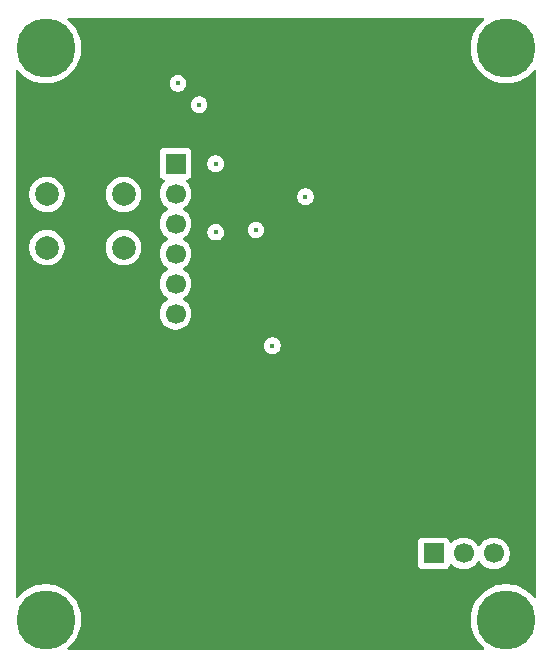
<source format=gbr>
%TF.GenerationSoftware,KiCad,Pcbnew,9.0.5*%
%TF.CreationDate,2025-10-31T15:40:08+01:00*%
%TF.ProjectId,ATMEGA32_evaluation_board,41544d45-4741-4333-925f-6576616c7561,rev?*%
%TF.SameCoordinates,Original*%
%TF.FileFunction,Copper,L2,Inr*%
%TF.FilePolarity,Positive*%
%FSLAX46Y46*%
G04 Gerber Fmt 4.6, Leading zero omitted, Abs format (unit mm)*
G04 Created by KiCad (PCBNEW 9.0.5) date 2025-10-31 15:40:08*
%MOMM*%
%LPD*%
G01*
G04 APERTURE LIST*
%TA.AperFunction,ComponentPad*%
%ADD10C,2.000000*%
%TD*%
%TA.AperFunction,ComponentPad*%
%ADD11C,5.000000*%
%TD*%
%TA.AperFunction,ComponentPad*%
%ADD12R,1.700000X1.700000*%
%TD*%
%TA.AperFunction,ComponentPad*%
%ADD13C,1.700000*%
%TD*%
%TA.AperFunction,ViaPad*%
%ADD14C,0.400000*%
%TD*%
G04 APERTURE END LIST*
D10*
%TO.N,Net-(C20-Pad2)*%
%TO.C,SW1*%
X116900000Y-83200000D03*
X123400000Y-83200000D03*
%TO.N,RST*%
X116900000Y-87700000D03*
X123400000Y-87700000D03*
%TD*%
D11*
%TO.N,GNDD*%
%TO.C,H1*%
X155800000Y-70800000D03*
%TD*%
%TO.N,GNDD*%
%TO.C,H3*%
X116800000Y-119200000D03*
%TD*%
D12*
%TO.N,PB5*%
%TO.C,J2*%
X127800000Y-80600000D03*
D13*
%TO.N,PB6*%
X127800000Y-83140000D03*
%TO.N,PB7*%
X127800000Y-85680000D03*
%TO.N,RST*%
X127800000Y-88220000D03*
%TO.N,+3V3D*%
X127800000Y-90760000D03*
%TO.N,GNDD*%
X127800000Y-93300000D03*
%TD*%
D12*
%TO.N,+9VD*%
%TO.C,J1*%
X149660000Y-113600000D03*
D13*
%TO.N,GNDD*%
X152200000Y-113600000D03*
X154740000Y-113600000D03*
%TD*%
D11*
%TO.N,GNDD*%
%TO.C,H2*%
X155800000Y-119200000D03*
%TD*%
%TO.N,GNDD*%
%TO.C,H4*%
X116800000Y-70800000D03*
%TD*%
D14*
%TO.N,+3V3D*%
X134600000Y-86200000D03*
X131200000Y-86400000D03*
X138800000Y-83400000D03*
X136000000Y-96000000D03*
X131200000Y-80600000D03*
X129800000Y-75600000D03*
X128000000Y-73800000D03*
%TD*%
%TA.AperFunction,Conductor*%
%TO.N,GNDA*%
G36*
X153897211Y-68270185D02*
G01*
X153942966Y-68322989D01*
X153952910Y-68392147D01*
X153923885Y-68455703D01*
X153907484Y-68471447D01*
X153797483Y-68559168D01*
X153559174Y-68797477D01*
X153349053Y-69060962D01*
X153169752Y-69346316D01*
X153023532Y-69649945D01*
X152912227Y-69968034D01*
X152912223Y-69968046D01*
X152837233Y-70296602D01*
X152837231Y-70296618D01*
X152799500Y-70631491D01*
X152799500Y-70968508D01*
X152837231Y-71303381D01*
X152837233Y-71303397D01*
X152912223Y-71631953D01*
X152912227Y-71631965D01*
X153023532Y-71950054D01*
X153169752Y-72253683D01*
X153169754Y-72253686D01*
X153349054Y-72539039D01*
X153559175Y-72802523D01*
X153797477Y-73040825D01*
X154060961Y-73250946D01*
X154346314Y-73430246D01*
X154649949Y-73576469D01*
X154888848Y-73660063D01*
X154968034Y-73687772D01*
X154968046Y-73687776D01*
X155296606Y-73762767D01*
X155631492Y-73800499D01*
X155631493Y-73800500D01*
X155631496Y-73800500D01*
X155968507Y-73800500D01*
X155968507Y-73800499D01*
X156303394Y-73762767D01*
X156631954Y-73687776D01*
X156950051Y-73576469D01*
X157253686Y-73430246D01*
X157539039Y-73250946D01*
X157802523Y-73040825D01*
X158040825Y-72802523D01*
X158040831Y-72802516D01*
X158128553Y-72692516D01*
X158185741Y-72652375D01*
X158255552Y-72649525D01*
X158315823Y-72684870D01*
X158347416Y-72747189D01*
X158349500Y-72769828D01*
X158349500Y-117230171D01*
X158329815Y-117297210D01*
X158277011Y-117342965D01*
X158207853Y-117352909D01*
X158144297Y-117323884D01*
X158128553Y-117307484D01*
X158040825Y-117197477D01*
X157802522Y-116959174D01*
X157735606Y-116905811D01*
X157539039Y-116749054D01*
X157253686Y-116569754D01*
X157253683Y-116569752D01*
X156950054Y-116423532D01*
X156631965Y-116312227D01*
X156631953Y-116312223D01*
X156303397Y-116237233D01*
X156303381Y-116237231D01*
X155968508Y-116199500D01*
X155968504Y-116199500D01*
X155631496Y-116199500D01*
X155631491Y-116199500D01*
X155296618Y-116237231D01*
X155296602Y-116237233D01*
X154968046Y-116312223D01*
X154968034Y-116312227D01*
X154649945Y-116423532D01*
X154346316Y-116569752D01*
X154060962Y-116749053D01*
X153797477Y-116959174D01*
X153559174Y-117197477D01*
X153349053Y-117460962D01*
X153169752Y-117746316D01*
X153023532Y-118049945D01*
X152912227Y-118368034D01*
X152912223Y-118368046D01*
X152837233Y-118696602D01*
X152837231Y-118696618D01*
X152799500Y-119031491D01*
X152799500Y-119368508D01*
X152837231Y-119703381D01*
X152837233Y-119703397D01*
X152912223Y-120031953D01*
X152912227Y-120031965D01*
X153023532Y-120350054D01*
X153169752Y-120653683D01*
X153169754Y-120653686D01*
X153349054Y-120939039D01*
X153505811Y-121135606D01*
X153559174Y-121202522D01*
X153797483Y-121440831D01*
X153907484Y-121528553D01*
X153947625Y-121585741D01*
X153950475Y-121655552D01*
X153915130Y-121715823D01*
X153852811Y-121747416D01*
X153830172Y-121749500D01*
X118769828Y-121749500D01*
X118702789Y-121729815D01*
X118657034Y-121677011D01*
X118647090Y-121607853D01*
X118676115Y-121544297D01*
X118692516Y-121528553D01*
X118802516Y-121440831D01*
X118802518Y-121440828D01*
X118802523Y-121440825D01*
X119040825Y-121202523D01*
X119250946Y-120939039D01*
X119430246Y-120653686D01*
X119576469Y-120350051D01*
X119687776Y-120031954D01*
X119762767Y-119703394D01*
X119800500Y-119368504D01*
X119800500Y-119031496D01*
X119762767Y-118696606D01*
X119687776Y-118368046D01*
X119576469Y-118049949D01*
X119430246Y-117746314D01*
X119250946Y-117460961D01*
X119040825Y-117197477D01*
X118802523Y-116959175D01*
X118539039Y-116749054D01*
X118253686Y-116569754D01*
X118253683Y-116569752D01*
X117950054Y-116423532D01*
X117631965Y-116312227D01*
X117631953Y-116312223D01*
X117303397Y-116237233D01*
X117303381Y-116237231D01*
X116968508Y-116199500D01*
X116968504Y-116199500D01*
X116631496Y-116199500D01*
X116631491Y-116199500D01*
X116296618Y-116237231D01*
X116296602Y-116237233D01*
X115968046Y-116312223D01*
X115968034Y-116312227D01*
X115649945Y-116423532D01*
X115346316Y-116569752D01*
X115060962Y-116749053D01*
X114797477Y-116959174D01*
X114559174Y-117197477D01*
X114471447Y-117307484D01*
X114414259Y-117347624D01*
X114344447Y-117350474D01*
X114284177Y-117315128D01*
X114252584Y-117252810D01*
X114250500Y-117230171D01*
X114250500Y-112702135D01*
X148309500Y-112702135D01*
X148309500Y-114497870D01*
X148309501Y-114497876D01*
X148315908Y-114557483D01*
X148366202Y-114692328D01*
X148366206Y-114692335D01*
X148452452Y-114807544D01*
X148452455Y-114807547D01*
X148567664Y-114893793D01*
X148567671Y-114893797D01*
X148702517Y-114944091D01*
X148702516Y-114944091D01*
X148709444Y-114944835D01*
X148762127Y-114950500D01*
X150557872Y-114950499D01*
X150617483Y-114944091D01*
X150752331Y-114893796D01*
X150867546Y-114807546D01*
X150953796Y-114692331D01*
X151002810Y-114560916D01*
X151044681Y-114504984D01*
X151110145Y-114480566D01*
X151178418Y-114495417D01*
X151206673Y-114516569D01*
X151320213Y-114630109D01*
X151492179Y-114755048D01*
X151492181Y-114755049D01*
X151492184Y-114755051D01*
X151681588Y-114851557D01*
X151883757Y-114917246D01*
X152093713Y-114950500D01*
X152093714Y-114950500D01*
X152306286Y-114950500D01*
X152306287Y-114950500D01*
X152516243Y-114917246D01*
X152718412Y-114851557D01*
X152907816Y-114755051D01*
X152994138Y-114692335D01*
X153079786Y-114630109D01*
X153079788Y-114630106D01*
X153079792Y-114630104D01*
X153230104Y-114479792D01*
X153230106Y-114479788D01*
X153230109Y-114479786D01*
X153355048Y-114307820D01*
X153355047Y-114307820D01*
X153355051Y-114307816D01*
X153359514Y-114299054D01*
X153407488Y-114248259D01*
X153475308Y-114231463D01*
X153541444Y-114253999D01*
X153580486Y-114299056D01*
X153584951Y-114307820D01*
X153709890Y-114479786D01*
X153860213Y-114630109D01*
X154032179Y-114755048D01*
X154032181Y-114755049D01*
X154032184Y-114755051D01*
X154221588Y-114851557D01*
X154423757Y-114917246D01*
X154633713Y-114950500D01*
X154633714Y-114950500D01*
X154846286Y-114950500D01*
X154846287Y-114950500D01*
X155056243Y-114917246D01*
X155258412Y-114851557D01*
X155447816Y-114755051D01*
X155534138Y-114692335D01*
X155619786Y-114630109D01*
X155619788Y-114630106D01*
X155619792Y-114630104D01*
X155770104Y-114479792D01*
X155770106Y-114479788D01*
X155770109Y-114479786D01*
X155895048Y-114307820D01*
X155895047Y-114307820D01*
X155895051Y-114307816D01*
X155991557Y-114118412D01*
X156057246Y-113916243D01*
X156090500Y-113706287D01*
X156090500Y-113493713D01*
X156057246Y-113283757D01*
X155991557Y-113081588D01*
X155895051Y-112892184D01*
X155895049Y-112892181D01*
X155895048Y-112892179D01*
X155770109Y-112720213D01*
X155619786Y-112569890D01*
X155447820Y-112444951D01*
X155258414Y-112348444D01*
X155258413Y-112348443D01*
X155258412Y-112348443D01*
X155056243Y-112282754D01*
X155056241Y-112282753D01*
X155056240Y-112282753D01*
X154894957Y-112257208D01*
X154846287Y-112249500D01*
X154633713Y-112249500D01*
X154585042Y-112257208D01*
X154423760Y-112282753D01*
X154221585Y-112348444D01*
X154032179Y-112444951D01*
X153860213Y-112569890D01*
X153709890Y-112720213D01*
X153584949Y-112892182D01*
X153580484Y-112900946D01*
X153532509Y-112951742D01*
X153464688Y-112968536D01*
X153398553Y-112945998D01*
X153359516Y-112900946D01*
X153355050Y-112892182D01*
X153230109Y-112720213D01*
X153079786Y-112569890D01*
X152907820Y-112444951D01*
X152718414Y-112348444D01*
X152718413Y-112348443D01*
X152718412Y-112348443D01*
X152516243Y-112282754D01*
X152516241Y-112282753D01*
X152516240Y-112282753D01*
X152354957Y-112257208D01*
X152306287Y-112249500D01*
X152093713Y-112249500D01*
X152045042Y-112257208D01*
X151883760Y-112282753D01*
X151681585Y-112348444D01*
X151492179Y-112444951D01*
X151320215Y-112569889D01*
X151206673Y-112683431D01*
X151145350Y-112716915D01*
X151075658Y-112711931D01*
X151019725Y-112670059D01*
X151002810Y-112639082D01*
X150953797Y-112507671D01*
X150953793Y-112507664D01*
X150867547Y-112392455D01*
X150867544Y-112392452D01*
X150752335Y-112306206D01*
X150752328Y-112306202D01*
X150617482Y-112255908D01*
X150617483Y-112255908D01*
X150557883Y-112249501D01*
X150557881Y-112249500D01*
X150557873Y-112249500D01*
X150557864Y-112249500D01*
X148762129Y-112249500D01*
X148762123Y-112249501D01*
X148702516Y-112255908D01*
X148567671Y-112306202D01*
X148567664Y-112306206D01*
X148452455Y-112392452D01*
X148452452Y-112392455D01*
X148366206Y-112507664D01*
X148366202Y-112507671D01*
X148315908Y-112642517D01*
X148309501Y-112702116D01*
X148309500Y-112702135D01*
X114250500Y-112702135D01*
X114250500Y-96068995D01*
X135299499Y-96068995D01*
X135326418Y-96204322D01*
X135326421Y-96204332D01*
X135379221Y-96331804D01*
X135379228Y-96331817D01*
X135455885Y-96446541D01*
X135455888Y-96446545D01*
X135553454Y-96544111D01*
X135553458Y-96544114D01*
X135668182Y-96620771D01*
X135668195Y-96620778D01*
X135795667Y-96673578D01*
X135795672Y-96673580D01*
X135795676Y-96673580D01*
X135795677Y-96673581D01*
X135931004Y-96700500D01*
X135931007Y-96700500D01*
X136068995Y-96700500D01*
X136160041Y-96682389D01*
X136204328Y-96673580D01*
X136331811Y-96620775D01*
X136446542Y-96544114D01*
X136544114Y-96446542D01*
X136620775Y-96331811D01*
X136673580Y-96204328D01*
X136700500Y-96068993D01*
X136700500Y-95931007D01*
X136700500Y-95931004D01*
X136673581Y-95795677D01*
X136673580Y-95795676D01*
X136673580Y-95795672D01*
X136673578Y-95795667D01*
X136620778Y-95668195D01*
X136620771Y-95668182D01*
X136544114Y-95553458D01*
X136544111Y-95553454D01*
X136446545Y-95455888D01*
X136446541Y-95455885D01*
X136331817Y-95379228D01*
X136331804Y-95379221D01*
X136204332Y-95326421D01*
X136204322Y-95326418D01*
X136068995Y-95299500D01*
X136068993Y-95299500D01*
X135931007Y-95299500D01*
X135931005Y-95299500D01*
X135795677Y-95326418D01*
X135795667Y-95326421D01*
X135668195Y-95379221D01*
X135668182Y-95379228D01*
X135553458Y-95455885D01*
X135553454Y-95455888D01*
X135455888Y-95553454D01*
X135455885Y-95553458D01*
X135379228Y-95668182D01*
X135379221Y-95668195D01*
X135326421Y-95795667D01*
X135326418Y-95795677D01*
X135299500Y-95931004D01*
X135299500Y-95931007D01*
X135299500Y-96068993D01*
X135299500Y-96068995D01*
X135299499Y-96068995D01*
X114250500Y-96068995D01*
X114250500Y-87581902D01*
X115399500Y-87581902D01*
X115399500Y-87818097D01*
X115436446Y-88051368D01*
X115509433Y-88275996D01*
X115616657Y-88486433D01*
X115755483Y-88677510D01*
X115922490Y-88844517D01*
X116113567Y-88983343D01*
X116212991Y-89034002D01*
X116324003Y-89090566D01*
X116324005Y-89090566D01*
X116324008Y-89090568D01*
X116444412Y-89129689D01*
X116548631Y-89163553D01*
X116781903Y-89200500D01*
X116781908Y-89200500D01*
X117018097Y-89200500D01*
X117251368Y-89163553D01*
X117475992Y-89090568D01*
X117686433Y-88983343D01*
X117877510Y-88844517D01*
X118044517Y-88677510D01*
X118183343Y-88486433D01*
X118290568Y-88275992D01*
X118363553Y-88051368D01*
X118386932Y-87903760D01*
X118400500Y-87818097D01*
X118400500Y-87581902D01*
X121899500Y-87581902D01*
X121899500Y-87818097D01*
X121936446Y-88051368D01*
X122009433Y-88275996D01*
X122116657Y-88486433D01*
X122255483Y-88677510D01*
X122422490Y-88844517D01*
X122613567Y-88983343D01*
X122712991Y-89034002D01*
X122824003Y-89090566D01*
X122824005Y-89090566D01*
X122824008Y-89090568D01*
X122944412Y-89129689D01*
X123048631Y-89163553D01*
X123281903Y-89200500D01*
X123281908Y-89200500D01*
X123518097Y-89200500D01*
X123751368Y-89163553D01*
X123975992Y-89090568D01*
X124186433Y-88983343D01*
X124377510Y-88844517D01*
X124544517Y-88677510D01*
X124683343Y-88486433D01*
X124790568Y-88275992D01*
X124863553Y-88051368D01*
X124886932Y-87903760D01*
X124900500Y-87818097D01*
X124900500Y-87581902D01*
X124863553Y-87348631D01*
X124790566Y-87124003D01*
X124733758Y-87012512D01*
X124683343Y-86913567D01*
X124544517Y-86722490D01*
X124377510Y-86555483D01*
X124186433Y-86416657D01*
X124162224Y-86404322D01*
X123975996Y-86309433D01*
X123751368Y-86236446D01*
X123518097Y-86199500D01*
X123518092Y-86199500D01*
X123281908Y-86199500D01*
X123281903Y-86199500D01*
X123048631Y-86236446D01*
X122824003Y-86309433D01*
X122613566Y-86416657D01*
X122541533Y-86468993D01*
X122422490Y-86555483D01*
X122422488Y-86555485D01*
X122422487Y-86555485D01*
X122255485Y-86722487D01*
X122255485Y-86722488D01*
X122255483Y-86722490D01*
X122195862Y-86804550D01*
X122116657Y-86913566D01*
X122009433Y-87124003D01*
X121936446Y-87348631D01*
X121899500Y-87581902D01*
X118400500Y-87581902D01*
X118363553Y-87348631D01*
X118290566Y-87124003D01*
X118233758Y-87012512D01*
X118183343Y-86913567D01*
X118044517Y-86722490D01*
X117877510Y-86555483D01*
X117686433Y-86416657D01*
X117662224Y-86404322D01*
X117475996Y-86309433D01*
X117251368Y-86236446D01*
X117018097Y-86199500D01*
X117018092Y-86199500D01*
X116781908Y-86199500D01*
X116781903Y-86199500D01*
X116548631Y-86236446D01*
X116324003Y-86309433D01*
X116113566Y-86416657D01*
X116041533Y-86468993D01*
X115922490Y-86555483D01*
X115922488Y-86555485D01*
X115922487Y-86555485D01*
X115755485Y-86722487D01*
X115755485Y-86722488D01*
X115755483Y-86722490D01*
X115695862Y-86804550D01*
X115616657Y-86913566D01*
X115509433Y-87124003D01*
X115436446Y-87348631D01*
X115399500Y-87581902D01*
X114250500Y-87581902D01*
X114250500Y-83081902D01*
X115399500Y-83081902D01*
X115399500Y-83318097D01*
X115436446Y-83551368D01*
X115509433Y-83775996D01*
X115595093Y-83944111D01*
X115616657Y-83986433D01*
X115755483Y-84177510D01*
X115922490Y-84344517D01*
X116113567Y-84483343D01*
X116212991Y-84534002D01*
X116324003Y-84590566D01*
X116324005Y-84590566D01*
X116324008Y-84590568D01*
X116444412Y-84629689D01*
X116548631Y-84663553D01*
X116781903Y-84700500D01*
X116781908Y-84700500D01*
X117018097Y-84700500D01*
X117251368Y-84663553D01*
X117475992Y-84590568D01*
X117686433Y-84483343D01*
X117877510Y-84344517D01*
X118044517Y-84177510D01*
X118183343Y-83986433D01*
X118290568Y-83775992D01*
X118363553Y-83551368D01*
X118400500Y-83318097D01*
X118400500Y-83081902D01*
X121899500Y-83081902D01*
X121899500Y-83318097D01*
X121936446Y-83551368D01*
X122009433Y-83775996D01*
X122095093Y-83944111D01*
X122116657Y-83986433D01*
X122255483Y-84177510D01*
X122422490Y-84344517D01*
X122613567Y-84483343D01*
X122712991Y-84534002D01*
X122824003Y-84590566D01*
X122824005Y-84590566D01*
X122824008Y-84590568D01*
X122944412Y-84629689D01*
X123048631Y-84663553D01*
X123281903Y-84700500D01*
X123281908Y-84700500D01*
X123518097Y-84700500D01*
X123751368Y-84663553D01*
X123975992Y-84590568D01*
X124186433Y-84483343D01*
X124377510Y-84344517D01*
X124544517Y-84177510D01*
X124683343Y-83986433D01*
X124790568Y-83775992D01*
X124863553Y-83551368D01*
X124900500Y-83318097D01*
X124900500Y-83081902D01*
X124863553Y-82848631D01*
X124790566Y-82624003D01*
X124734002Y-82512991D01*
X124683343Y-82413567D01*
X124544517Y-82222490D01*
X124377510Y-82055483D01*
X124186433Y-81916657D01*
X124141560Y-81893793D01*
X123975996Y-81809433D01*
X123751368Y-81736446D01*
X123518097Y-81699500D01*
X123518092Y-81699500D01*
X123281908Y-81699500D01*
X123281903Y-81699500D01*
X123048631Y-81736446D01*
X122824003Y-81809433D01*
X122613566Y-81916657D01*
X122566986Y-81950500D01*
X122422490Y-82055483D01*
X122422488Y-82055485D01*
X122422487Y-82055485D01*
X122255485Y-82222487D01*
X122255485Y-82222488D01*
X122255483Y-82222490D01*
X122228079Y-82260208D01*
X122116657Y-82413566D01*
X122009433Y-82624003D01*
X121936446Y-82848631D01*
X121899500Y-83081902D01*
X118400500Y-83081902D01*
X118363553Y-82848631D01*
X118290566Y-82624003D01*
X118234002Y-82512991D01*
X118183343Y-82413567D01*
X118044517Y-82222490D01*
X117877510Y-82055483D01*
X117686433Y-81916657D01*
X117641560Y-81893793D01*
X117475996Y-81809433D01*
X117251368Y-81736446D01*
X117018097Y-81699500D01*
X117018092Y-81699500D01*
X116781908Y-81699500D01*
X116781903Y-81699500D01*
X116548631Y-81736446D01*
X116324003Y-81809433D01*
X116113566Y-81916657D01*
X116066986Y-81950500D01*
X115922490Y-82055483D01*
X115922488Y-82055485D01*
X115922487Y-82055485D01*
X115755485Y-82222487D01*
X115755485Y-82222488D01*
X115755483Y-82222490D01*
X115728079Y-82260208D01*
X115616657Y-82413566D01*
X115509433Y-82624003D01*
X115436446Y-82848631D01*
X115399500Y-83081902D01*
X114250500Y-83081902D01*
X114250500Y-79702135D01*
X126449500Y-79702135D01*
X126449500Y-81497870D01*
X126449501Y-81497876D01*
X126455908Y-81557483D01*
X126506202Y-81692328D01*
X126506206Y-81692335D01*
X126592452Y-81807544D01*
X126592455Y-81807547D01*
X126707664Y-81893793D01*
X126707671Y-81893797D01*
X126839082Y-81942810D01*
X126895016Y-81984681D01*
X126919433Y-82050145D01*
X126904582Y-82118418D01*
X126883431Y-82146673D01*
X126769889Y-82260215D01*
X126644951Y-82432179D01*
X126548444Y-82621585D01*
X126482753Y-82823760D01*
X126462212Y-82953454D01*
X126449500Y-83033713D01*
X126449500Y-83246287D01*
X126482754Y-83456243D01*
X126530871Y-83604332D01*
X126548444Y-83658414D01*
X126644951Y-83847820D01*
X126769890Y-84019786D01*
X126920213Y-84170109D01*
X127092182Y-84295050D01*
X127100946Y-84299516D01*
X127151742Y-84347491D01*
X127168536Y-84415312D01*
X127145998Y-84481447D01*
X127100946Y-84520484D01*
X127092182Y-84524949D01*
X126920213Y-84649890D01*
X126769890Y-84800213D01*
X126644951Y-84972179D01*
X126548444Y-85161585D01*
X126482753Y-85363760D01*
X126449500Y-85573713D01*
X126449500Y-85786286D01*
X126482663Y-85995672D01*
X126482754Y-85996243D01*
X126547554Y-86195677D01*
X126548444Y-86198414D01*
X126644951Y-86387820D01*
X126769890Y-86559786D01*
X126920213Y-86710109D01*
X127092182Y-86835050D01*
X127100946Y-86839516D01*
X127151742Y-86887491D01*
X127168536Y-86955312D01*
X127145998Y-87021447D01*
X127100946Y-87060484D01*
X127092182Y-87064949D01*
X126920213Y-87189890D01*
X126769890Y-87340213D01*
X126644951Y-87512179D01*
X126548444Y-87701585D01*
X126482753Y-87903760D01*
X126449500Y-88113713D01*
X126449500Y-88326287D01*
X126482754Y-88536243D01*
X126528655Y-88677512D01*
X126548444Y-88738414D01*
X126644951Y-88927820D01*
X126769890Y-89099786D01*
X126920213Y-89250109D01*
X127092182Y-89375050D01*
X127100946Y-89379516D01*
X127151742Y-89427491D01*
X127168536Y-89495312D01*
X127145998Y-89561447D01*
X127100946Y-89600484D01*
X127092182Y-89604949D01*
X126920213Y-89729890D01*
X126769890Y-89880213D01*
X126644951Y-90052179D01*
X126548444Y-90241585D01*
X126482753Y-90443760D01*
X126449500Y-90653713D01*
X126449500Y-90866286D01*
X126482753Y-91076239D01*
X126548444Y-91278414D01*
X126644951Y-91467820D01*
X126769890Y-91639786D01*
X126920213Y-91790109D01*
X127092182Y-91915050D01*
X127100946Y-91919516D01*
X127151742Y-91967491D01*
X127168536Y-92035312D01*
X127145998Y-92101447D01*
X127100946Y-92140484D01*
X127092182Y-92144949D01*
X126920213Y-92269890D01*
X126769890Y-92420213D01*
X126644951Y-92592179D01*
X126548444Y-92781585D01*
X126482753Y-92983760D01*
X126449500Y-93193713D01*
X126449500Y-93406286D01*
X126482753Y-93616239D01*
X126548444Y-93818414D01*
X126644951Y-94007820D01*
X126769890Y-94179786D01*
X126920213Y-94330109D01*
X127092179Y-94455048D01*
X127092181Y-94455049D01*
X127092184Y-94455051D01*
X127281588Y-94551557D01*
X127483757Y-94617246D01*
X127693713Y-94650500D01*
X127693714Y-94650500D01*
X127906286Y-94650500D01*
X127906287Y-94650500D01*
X128116243Y-94617246D01*
X128318412Y-94551557D01*
X128507816Y-94455051D01*
X128529789Y-94439086D01*
X128679786Y-94330109D01*
X128679788Y-94330106D01*
X128679792Y-94330104D01*
X128830104Y-94179792D01*
X128830106Y-94179788D01*
X128830109Y-94179786D01*
X128955048Y-94007820D01*
X128955047Y-94007820D01*
X128955051Y-94007816D01*
X129051557Y-93818412D01*
X129117246Y-93616243D01*
X129150500Y-93406287D01*
X129150500Y-93193713D01*
X129117246Y-92983757D01*
X129051557Y-92781588D01*
X128955051Y-92592184D01*
X128955049Y-92592181D01*
X128955048Y-92592179D01*
X128830109Y-92420213D01*
X128679786Y-92269890D01*
X128507820Y-92144951D01*
X128507115Y-92144591D01*
X128499054Y-92140485D01*
X128448259Y-92092512D01*
X128431463Y-92024692D01*
X128453999Y-91958556D01*
X128499054Y-91919515D01*
X128507816Y-91915051D01*
X128529789Y-91899086D01*
X128679786Y-91790109D01*
X128679788Y-91790106D01*
X128679792Y-91790104D01*
X128830104Y-91639792D01*
X128830106Y-91639788D01*
X128830109Y-91639786D01*
X128955048Y-91467820D01*
X128955047Y-91467820D01*
X128955051Y-91467816D01*
X129051557Y-91278412D01*
X129117246Y-91076243D01*
X129150500Y-90866287D01*
X129150500Y-90653713D01*
X129117246Y-90443757D01*
X129051557Y-90241588D01*
X128955051Y-90052184D01*
X128955049Y-90052181D01*
X128955048Y-90052179D01*
X128830109Y-89880213D01*
X128679786Y-89729890D01*
X128507820Y-89604951D01*
X128507115Y-89604591D01*
X128499054Y-89600485D01*
X128448259Y-89552512D01*
X128431463Y-89484692D01*
X128453999Y-89418556D01*
X128499054Y-89379515D01*
X128507816Y-89375051D01*
X128529789Y-89359086D01*
X128679786Y-89250109D01*
X128679788Y-89250106D01*
X128679792Y-89250104D01*
X128830104Y-89099792D01*
X128830106Y-89099788D01*
X128830109Y-89099786D01*
X128955048Y-88927820D01*
X128955047Y-88927820D01*
X128955051Y-88927816D01*
X129051557Y-88738412D01*
X129117246Y-88536243D01*
X129150500Y-88326287D01*
X129150500Y-88113713D01*
X129117246Y-87903757D01*
X129051557Y-87701588D01*
X128955051Y-87512184D01*
X128955049Y-87512181D01*
X128955048Y-87512179D01*
X128830109Y-87340213D01*
X128679786Y-87189890D01*
X128507820Y-87064951D01*
X128507115Y-87064591D01*
X128499054Y-87060485D01*
X128448259Y-87012512D01*
X128431463Y-86944692D01*
X128453999Y-86878556D01*
X128499054Y-86839515D01*
X128507816Y-86835051D01*
X128529789Y-86819086D01*
X128679786Y-86710109D01*
X128679788Y-86710106D01*
X128679792Y-86710104D01*
X128830104Y-86559792D01*
X128830106Y-86559788D01*
X128830109Y-86559786D01*
X128896071Y-86468995D01*
X130499499Y-86468995D01*
X130526418Y-86604322D01*
X130526421Y-86604332D01*
X130579221Y-86731804D01*
X130579228Y-86731817D01*
X130655885Y-86846541D01*
X130655888Y-86846545D01*
X130753454Y-86944111D01*
X130753458Y-86944114D01*
X130868182Y-87020771D01*
X130868195Y-87020778D01*
X130995667Y-87073578D01*
X130995672Y-87073580D01*
X130995676Y-87073580D01*
X130995677Y-87073581D01*
X131131004Y-87100500D01*
X131131007Y-87100500D01*
X131268995Y-87100500D01*
X131360041Y-87082389D01*
X131404328Y-87073580D01*
X131531811Y-87020775D01*
X131646542Y-86944114D01*
X131744114Y-86846542D01*
X131820775Y-86731811D01*
X131873580Y-86604328D01*
X131883296Y-86555483D01*
X131900500Y-86468995D01*
X131900500Y-86331004D01*
X131888165Y-86268995D01*
X133899499Y-86268995D01*
X133926418Y-86404322D01*
X133926421Y-86404332D01*
X133979221Y-86531804D01*
X133979228Y-86531817D01*
X134055885Y-86646541D01*
X134055888Y-86646545D01*
X134153454Y-86744111D01*
X134153458Y-86744114D01*
X134268182Y-86820771D01*
X134268195Y-86820778D01*
X134395667Y-86873578D01*
X134395672Y-86873580D01*
X134395676Y-86873580D01*
X134395677Y-86873581D01*
X134531004Y-86900500D01*
X134531007Y-86900500D01*
X134668995Y-86900500D01*
X134779312Y-86878556D01*
X134804328Y-86873580D01*
X134931811Y-86820775D01*
X135046542Y-86744114D01*
X135144114Y-86646542D01*
X135220775Y-86531811D01*
X135273580Y-86404328D01*
X135300500Y-86268993D01*
X135300500Y-86131007D01*
X135300500Y-86131004D01*
X135273581Y-85995677D01*
X135273580Y-85995676D01*
X135273580Y-85995672D01*
X135273578Y-85995667D01*
X135220778Y-85868195D01*
X135220771Y-85868182D01*
X135144114Y-85753458D01*
X135144111Y-85753454D01*
X135046545Y-85655888D01*
X135046541Y-85655885D01*
X134931817Y-85579228D01*
X134931804Y-85579221D01*
X134804332Y-85526421D01*
X134804322Y-85526418D01*
X134668995Y-85499500D01*
X134668993Y-85499500D01*
X134531007Y-85499500D01*
X134531005Y-85499500D01*
X134395677Y-85526418D01*
X134395667Y-85526421D01*
X134268195Y-85579221D01*
X134268182Y-85579228D01*
X134153458Y-85655885D01*
X134153454Y-85655888D01*
X134055888Y-85753454D01*
X134055885Y-85753458D01*
X133979228Y-85868182D01*
X133979221Y-85868195D01*
X133926421Y-85995667D01*
X133926418Y-85995677D01*
X133899500Y-86131004D01*
X133899500Y-86131007D01*
X133899500Y-86268993D01*
X133899500Y-86268995D01*
X133899499Y-86268995D01*
X131888165Y-86268995D01*
X131873581Y-86195677D01*
X131873580Y-86195676D01*
X131873580Y-86195672D01*
X131845796Y-86128595D01*
X131820778Y-86068195D01*
X131820771Y-86068182D01*
X131744114Y-85953458D01*
X131744111Y-85953454D01*
X131646545Y-85855888D01*
X131646541Y-85855885D01*
X131531817Y-85779228D01*
X131531804Y-85779221D01*
X131404332Y-85726421D01*
X131404322Y-85726418D01*
X131268995Y-85699500D01*
X131268993Y-85699500D01*
X131131007Y-85699500D01*
X131131005Y-85699500D01*
X130995677Y-85726418D01*
X130995667Y-85726421D01*
X130868195Y-85779221D01*
X130868182Y-85779228D01*
X130753458Y-85855885D01*
X130753454Y-85855888D01*
X130655888Y-85953454D01*
X130655885Y-85953458D01*
X130579228Y-86068182D01*
X130579221Y-86068195D01*
X130526421Y-86195667D01*
X130526418Y-86195677D01*
X130499500Y-86331004D01*
X130499500Y-86331007D01*
X130499500Y-86468993D01*
X130499500Y-86468995D01*
X130499499Y-86468995D01*
X128896071Y-86468995D01*
X128939086Y-86409789D01*
X128955051Y-86387816D01*
X129051557Y-86198412D01*
X129117246Y-85996243D01*
X129150500Y-85786287D01*
X129150500Y-85573713D01*
X129117246Y-85363757D01*
X129051557Y-85161588D01*
X128955051Y-84972184D01*
X128955049Y-84972181D01*
X128955048Y-84972179D01*
X128830109Y-84800213D01*
X128679786Y-84649890D01*
X128507820Y-84524951D01*
X128507115Y-84524591D01*
X128499054Y-84520485D01*
X128448259Y-84472512D01*
X128431463Y-84404692D01*
X128453999Y-84338556D01*
X128499054Y-84299515D01*
X128507816Y-84295051D01*
X128529789Y-84279086D01*
X128679786Y-84170109D01*
X128679788Y-84170106D01*
X128679792Y-84170104D01*
X128830104Y-84019792D01*
X128830106Y-84019788D01*
X128830109Y-84019786D01*
X128955048Y-83847820D01*
X128955047Y-83847820D01*
X128955051Y-83847816D01*
X129051557Y-83658412D01*
X129113103Y-83468995D01*
X138099499Y-83468995D01*
X138126418Y-83604322D01*
X138126421Y-83604332D01*
X138179221Y-83731804D01*
X138179228Y-83731817D01*
X138255885Y-83846541D01*
X138255888Y-83846545D01*
X138353454Y-83944111D01*
X138353458Y-83944114D01*
X138468182Y-84020771D01*
X138468195Y-84020778D01*
X138595667Y-84073578D01*
X138595672Y-84073580D01*
X138595676Y-84073580D01*
X138595677Y-84073581D01*
X138731004Y-84100500D01*
X138731007Y-84100500D01*
X138868995Y-84100500D01*
X138960041Y-84082389D01*
X139004328Y-84073580D01*
X139131811Y-84020775D01*
X139246542Y-83944114D01*
X139344114Y-83846542D01*
X139420775Y-83731811D01*
X139473580Y-83604328D01*
X139482389Y-83560041D01*
X139500500Y-83468995D01*
X139500500Y-83331004D01*
X139473581Y-83195677D01*
X139473580Y-83195676D01*
X139473580Y-83195672D01*
X139426458Y-83081908D01*
X139420778Y-83068195D01*
X139420771Y-83068182D01*
X139344114Y-82953458D01*
X139344111Y-82953454D01*
X139246545Y-82855888D01*
X139246541Y-82855885D01*
X139131817Y-82779228D01*
X139131804Y-82779221D01*
X139004332Y-82726421D01*
X139004322Y-82726418D01*
X138868995Y-82699500D01*
X138868993Y-82699500D01*
X138731007Y-82699500D01*
X138731005Y-82699500D01*
X138595677Y-82726418D01*
X138595667Y-82726421D01*
X138468195Y-82779221D01*
X138468182Y-82779228D01*
X138353458Y-82855885D01*
X138353454Y-82855888D01*
X138255888Y-82953454D01*
X138255885Y-82953458D01*
X138179228Y-83068182D01*
X138179221Y-83068195D01*
X138126421Y-83195667D01*
X138126418Y-83195677D01*
X138099500Y-83331004D01*
X138099500Y-83331007D01*
X138099500Y-83468993D01*
X138099500Y-83468995D01*
X138099499Y-83468995D01*
X129113103Y-83468995D01*
X129117246Y-83456243D01*
X129150500Y-83246287D01*
X129150500Y-83033713D01*
X129117246Y-82823757D01*
X129051557Y-82621588D01*
X128955051Y-82432184D01*
X128955049Y-82432181D01*
X128955048Y-82432179D01*
X128830109Y-82260213D01*
X128716569Y-82146673D01*
X128683084Y-82085350D01*
X128688068Y-82015658D01*
X128729940Y-81959725D01*
X128760915Y-81942810D01*
X128892331Y-81893796D01*
X129007546Y-81807546D01*
X129093796Y-81692331D01*
X129144091Y-81557483D01*
X129150500Y-81497873D01*
X129150500Y-80668995D01*
X130499499Y-80668995D01*
X130526418Y-80804322D01*
X130526421Y-80804332D01*
X130579221Y-80931804D01*
X130579228Y-80931817D01*
X130655885Y-81046541D01*
X130655888Y-81046545D01*
X130753454Y-81144111D01*
X130753458Y-81144114D01*
X130868182Y-81220771D01*
X130868195Y-81220778D01*
X130995667Y-81273578D01*
X130995672Y-81273580D01*
X130995676Y-81273580D01*
X130995677Y-81273581D01*
X131131004Y-81300500D01*
X131131007Y-81300500D01*
X131268995Y-81300500D01*
X131360041Y-81282389D01*
X131404328Y-81273580D01*
X131531811Y-81220775D01*
X131646542Y-81144114D01*
X131744114Y-81046542D01*
X131820775Y-80931811D01*
X131873580Y-80804328D01*
X131900500Y-80668993D01*
X131900500Y-80531007D01*
X131900500Y-80531004D01*
X131873581Y-80395677D01*
X131873580Y-80395676D01*
X131873580Y-80395672D01*
X131873578Y-80395667D01*
X131820778Y-80268195D01*
X131820771Y-80268182D01*
X131744114Y-80153458D01*
X131744111Y-80153454D01*
X131646545Y-80055888D01*
X131646541Y-80055885D01*
X131531817Y-79979228D01*
X131531804Y-79979221D01*
X131404332Y-79926421D01*
X131404322Y-79926418D01*
X131268995Y-79899500D01*
X131268993Y-79899500D01*
X131131007Y-79899500D01*
X131131005Y-79899500D01*
X130995677Y-79926418D01*
X130995667Y-79926421D01*
X130868195Y-79979221D01*
X130868182Y-79979228D01*
X130753458Y-80055885D01*
X130753454Y-80055888D01*
X130655888Y-80153454D01*
X130655885Y-80153458D01*
X130579228Y-80268182D01*
X130579221Y-80268195D01*
X130526421Y-80395667D01*
X130526418Y-80395677D01*
X130499500Y-80531004D01*
X130499500Y-80531007D01*
X130499500Y-80668993D01*
X130499500Y-80668995D01*
X130499499Y-80668995D01*
X129150500Y-80668995D01*
X129150499Y-79702128D01*
X129144091Y-79642517D01*
X129093796Y-79507669D01*
X129093795Y-79507668D01*
X129093793Y-79507664D01*
X129007547Y-79392455D01*
X129007544Y-79392452D01*
X128892335Y-79306206D01*
X128892328Y-79306202D01*
X128757482Y-79255908D01*
X128757483Y-79255908D01*
X128697883Y-79249501D01*
X128697881Y-79249500D01*
X128697873Y-79249500D01*
X128697864Y-79249500D01*
X126902129Y-79249500D01*
X126902123Y-79249501D01*
X126842516Y-79255908D01*
X126707671Y-79306202D01*
X126707664Y-79306206D01*
X126592455Y-79392452D01*
X126592452Y-79392455D01*
X126506206Y-79507664D01*
X126506202Y-79507671D01*
X126455908Y-79642517D01*
X126449501Y-79702116D01*
X126449501Y-79702123D01*
X126449500Y-79702135D01*
X114250500Y-79702135D01*
X114250500Y-75668995D01*
X129099499Y-75668995D01*
X129126418Y-75804322D01*
X129126421Y-75804332D01*
X129179221Y-75931804D01*
X129179228Y-75931817D01*
X129255885Y-76046541D01*
X129255888Y-76046545D01*
X129353454Y-76144111D01*
X129353458Y-76144114D01*
X129468182Y-76220771D01*
X129468195Y-76220778D01*
X129595667Y-76273578D01*
X129595672Y-76273580D01*
X129595676Y-76273580D01*
X129595677Y-76273581D01*
X129731004Y-76300500D01*
X129731007Y-76300500D01*
X129868995Y-76300500D01*
X129960041Y-76282389D01*
X130004328Y-76273580D01*
X130131811Y-76220775D01*
X130246542Y-76144114D01*
X130344114Y-76046542D01*
X130420775Y-75931811D01*
X130473580Y-75804328D01*
X130500500Y-75668993D01*
X130500500Y-75531007D01*
X130500500Y-75531004D01*
X130473581Y-75395677D01*
X130473580Y-75395676D01*
X130473580Y-75395672D01*
X130473578Y-75395667D01*
X130420778Y-75268195D01*
X130420771Y-75268182D01*
X130344114Y-75153458D01*
X130344111Y-75153454D01*
X130246545Y-75055888D01*
X130246541Y-75055885D01*
X130131817Y-74979228D01*
X130131804Y-74979221D01*
X130004332Y-74926421D01*
X130004322Y-74926418D01*
X129868995Y-74899500D01*
X129868993Y-74899500D01*
X129731007Y-74899500D01*
X129731005Y-74899500D01*
X129595677Y-74926418D01*
X129595667Y-74926421D01*
X129468195Y-74979221D01*
X129468182Y-74979228D01*
X129353458Y-75055885D01*
X129353454Y-75055888D01*
X129255888Y-75153454D01*
X129255885Y-75153458D01*
X129179228Y-75268182D01*
X129179221Y-75268195D01*
X129126421Y-75395667D01*
X129126418Y-75395677D01*
X129099500Y-75531004D01*
X129099500Y-75531007D01*
X129099500Y-75668993D01*
X129099500Y-75668995D01*
X129099499Y-75668995D01*
X114250500Y-75668995D01*
X114250500Y-73868995D01*
X127299499Y-73868995D01*
X127326418Y-74004322D01*
X127326421Y-74004332D01*
X127379221Y-74131804D01*
X127379228Y-74131817D01*
X127455885Y-74246541D01*
X127455888Y-74246545D01*
X127553454Y-74344111D01*
X127553458Y-74344114D01*
X127668182Y-74420771D01*
X127668195Y-74420778D01*
X127795667Y-74473578D01*
X127795672Y-74473580D01*
X127795676Y-74473580D01*
X127795677Y-74473581D01*
X127931004Y-74500500D01*
X127931007Y-74500500D01*
X128068995Y-74500500D01*
X128160041Y-74482389D01*
X128204328Y-74473580D01*
X128331811Y-74420775D01*
X128446542Y-74344114D01*
X128544114Y-74246542D01*
X128620775Y-74131811D01*
X128673580Y-74004328D01*
X128700500Y-73868993D01*
X128700500Y-73731007D01*
X128700500Y-73731004D01*
X128673581Y-73595677D01*
X128673580Y-73595676D01*
X128673580Y-73595672D01*
X128665625Y-73576467D01*
X128620778Y-73468195D01*
X128620771Y-73468182D01*
X128544114Y-73353458D01*
X128544111Y-73353454D01*
X128446545Y-73255888D01*
X128446541Y-73255885D01*
X128331817Y-73179228D01*
X128331804Y-73179221D01*
X128204332Y-73126421D01*
X128204322Y-73126418D01*
X128068995Y-73099500D01*
X128068993Y-73099500D01*
X127931007Y-73099500D01*
X127931005Y-73099500D01*
X127795677Y-73126418D01*
X127795667Y-73126421D01*
X127668195Y-73179221D01*
X127668182Y-73179228D01*
X127553458Y-73255885D01*
X127553454Y-73255888D01*
X127455888Y-73353454D01*
X127455885Y-73353458D01*
X127379228Y-73468182D01*
X127379221Y-73468195D01*
X127326421Y-73595667D01*
X127326418Y-73595677D01*
X127299500Y-73731004D01*
X127299500Y-73731007D01*
X127299500Y-73868993D01*
X127299500Y-73868995D01*
X127299499Y-73868995D01*
X114250500Y-73868995D01*
X114250500Y-72769828D01*
X114270185Y-72702789D01*
X114322989Y-72657034D01*
X114392147Y-72647090D01*
X114455703Y-72676115D01*
X114471447Y-72692516D01*
X114559168Y-72802516D01*
X114559174Y-72802522D01*
X114559175Y-72802523D01*
X114797477Y-73040825D01*
X115060961Y-73250946D01*
X115346314Y-73430246D01*
X115649949Y-73576469D01*
X115888848Y-73660063D01*
X115968034Y-73687772D01*
X115968046Y-73687776D01*
X116296606Y-73762767D01*
X116631492Y-73800499D01*
X116631493Y-73800500D01*
X116631496Y-73800500D01*
X116968507Y-73800500D01*
X116968507Y-73800499D01*
X117303394Y-73762767D01*
X117631954Y-73687776D01*
X117950051Y-73576469D01*
X118253686Y-73430246D01*
X118539039Y-73250946D01*
X118802523Y-73040825D01*
X119040825Y-72802523D01*
X119250946Y-72539039D01*
X119430246Y-72253686D01*
X119576469Y-71950051D01*
X119687776Y-71631954D01*
X119762767Y-71303394D01*
X119800500Y-70968504D01*
X119800500Y-70631496D01*
X119762767Y-70296606D01*
X119687776Y-69968046D01*
X119576469Y-69649949D01*
X119430246Y-69346314D01*
X119250946Y-69060961D01*
X119040825Y-68797477D01*
X118802523Y-68559175D01*
X118802516Y-68559168D01*
X118692516Y-68471447D01*
X118652375Y-68414259D01*
X118649525Y-68344448D01*
X118684870Y-68284177D01*
X118747189Y-68252584D01*
X118769828Y-68250500D01*
X153830172Y-68250500D01*
X153897211Y-68270185D01*
G37*
%TD.AperFunction*%
%TD*%
M02*

</source>
